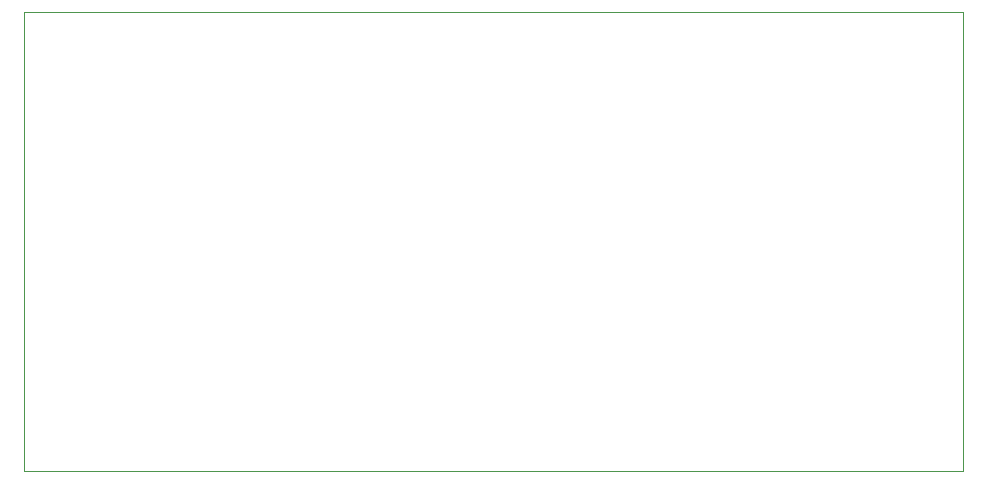
<source format=gbr>
G04 (created by PCBNEW (2013-may-18)-stable) date 2014年01月29日 星期三 11时55分50秒*
%MOIN*%
G04 Gerber Fmt 3.4, Leading zero omitted, Abs format*
%FSLAX34Y34*%
G01*
G70*
G90*
G04 APERTURE LIST*
%ADD10C,0.00590551*%
%ADD11C,0.00393701*%
G04 APERTURE END LIST*
G54D10*
G54D11*
X42200Y-33400D02*
X42250Y-33400D01*
X42200Y-48700D02*
X42200Y-33400D01*
X73500Y-48700D02*
X42200Y-48700D01*
X73500Y-33400D02*
X73500Y-48700D01*
X42200Y-33400D02*
X73500Y-33400D01*
M02*

</source>
